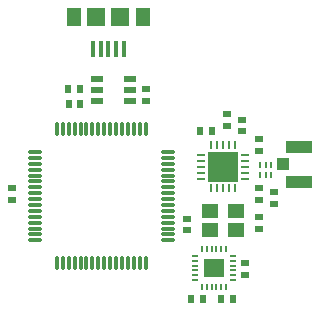
<source format=gtp>
%FSTAX23Y23*%
%MOIN*%
%SFA1B1*%

%IPPOS*%
%ADD15R,0.027559X0.023622*%
%ADD16R,0.041339X0.023622*%
%ADD17O,0.027559X0.009843*%
%ADD18O,0.009843X0.027559*%
%ADD19R,0.102362X0.102362*%
%ADD20R,0.023622X0.027559*%
%ADD21O,0.011811X0.051181*%
%ADD22O,0.051181X0.011811*%
%ADD23R,0.015748X0.053150*%
%ADD24R,0.059055X0.061024*%
%ADD25R,0.055118X0.047244*%
%ADD26R,0.009843X0.021654*%
%ADD27R,0.066929X0.060630*%
%ADD28O,0.007874X0.025591*%
%ADD29O,0.025591X0.007874*%
%ADD30R,0.041339X0.039370*%
%ADD31R,0.086614X0.041339*%
%ADD32R,0.047244X0.061024*%
%ADD33R,0.047244X0.061024*%
%LNcore_prototype_1-1*%
%LPD*%
G54D15*
X04645Y02918D03*
Y02957D03*
X03771Y02932D03*
Y02971D03*
X04594Y03134D03*
Y03095D03*
X04538Y03199D03*
Y0316D03*
X0449Y03217D03*
Y03178D03*
X0455Y0272D03*
Y0268D03*
X04594Y0293D03*
Y0297D03*
X04355Y0283D03*
Y02869D03*
X04594Y02874D03*
Y02835D03*
X04219Y03261D03*
Y033D03*
G54D16*
X04055Y03261D03*
Y03299D03*
Y03336D03*
X04164D03*
Y03299D03*
Y03261D03*
G54D17*
X04402Y03082D03*
Y03062D03*
Y03042D03*
Y03023D03*
Y03003D03*
X04547D03*
Y03023D03*
Y03042D03*
Y03062D03*
Y03082D03*
G54D18*
X04435Y0297D03*
X04455D03*
X04475D03*
X04494D03*
X04514D03*
Y03115D03*
X04494D03*
X04475D03*
X04455D03*
X04435D03*
G54D19*
X04475Y03042D03*
G54D20*
X0437Y026D03*
X04409D03*
X0396Y03301D03*
X03999D03*
X044Y0316D03*
X04439D03*
X0447Y026D03*
X04509D03*
X04Y03252D03*
X03961D03*
G54D21*
X03922Y03167D03*
X03942D03*
X03961D03*
X03981D03*
X04001D03*
X0402D03*
X0404D03*
X0406D03*
X04079D03*
X04099D03*
X04119D03*
X04138D03*
X04158D03*
X04178D03*
X04197D03*
X04217D03*
Y02722D03*
X04197D03*
X04178D03*
X04158D03*
X04138D03*
X04119D03*
X04099D03*
X04079D03*
X0406D03*
X0404D03*
X0402D03*
X04001D03*
X03981D03*
X03961D03*
X03942D03*
X03922D03*
G54D22*
X04292Y03092D03*
Y03072D03*
Y03053D03*
Y03033D03*
Y03013D03*
Y02994D03*
Y02974D03*
Y02954D03*
Y02935D03*
Y02915D03*
Y02895D03*
Y02876D03*
Y02856D03*
Y02836D03*
Y02817D03*
Y02797D03*
X03847D03*
Y02817D03*
Y02836D03*
Y02856D03*
Y02876D03*
Y02895D03*
Y02915D03*
Y02935D03*
Y02954D03*
Y02974D03*
Y02994D03*
Y03013D03*
Y03033D03*
Y03053D03*
Y03072D03*
Y03092D03*
G54D23*
X04144Y03436D03*
X04118D03*
X04093D03*
X04067D03*
X04042D03*
G54D24*
X04132Y03543D03*
X04053D03*
G54D25*
X04517Y02896D03*
Y02833D03*
X04431Y02896D03*
Y02833D03*
G54D26*
X04636Y03049D03*
X04617D03*
X04597D03*
Y03015D03*
X04617D03*
X04636D03*
G54D27*
X04445Y02705D03*
G54D28*
X04405Y02767D03*
X04421D03*
X04437D03*
X04452D03*
X04468D03*
X04484D03*
Y02642D03*
X04468D03*
X04452D03*
X04437D03*
X04421D03*
X04405D03*
G54D29*
X04507Y02744D03*
Y02728D03*
Y02712D03*
Y02697D03*
Y02681D03*
Y02665D03*
X04382D03*
Y02681D03*
Y02697D03*
Y02712D03*
Y02728D03*
Y02744D03*
G54D30*
X04675Y03051D03*
G54D31*
X04727Y02992D03*
Y03109D03*
G54D32*
X04207Y03543D03*
G54D33*
X03979Y03543D03*
M02*
</source>
